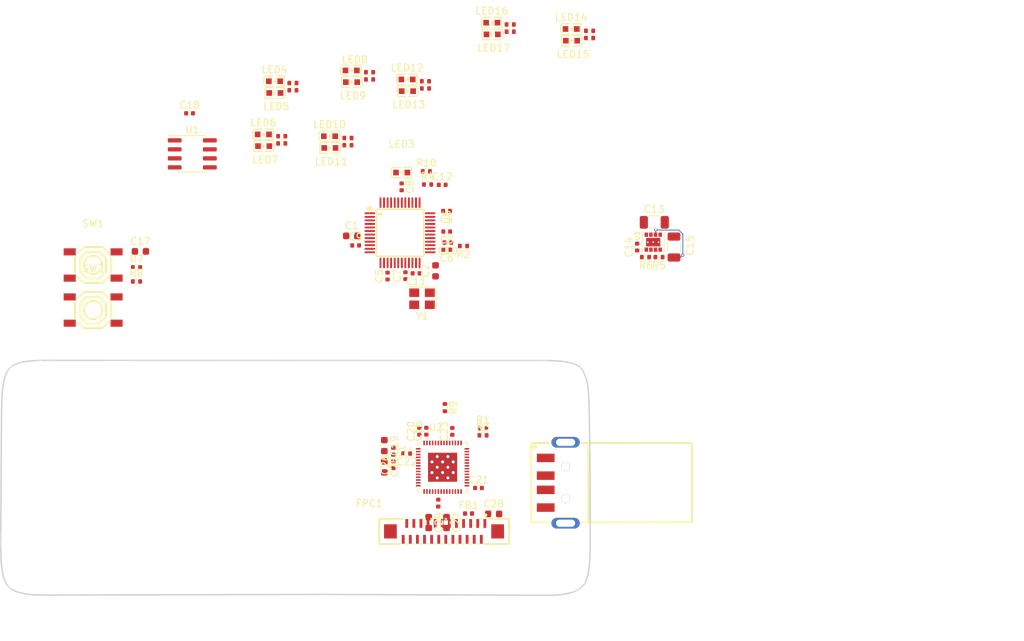
<source format=kicad_pcb>
(kicad_pcb (version 20221018) (generator pcbnew)
  (layers (0 "F.Cu" signal) (1 "In1.Cu" signal) (2 "In2.Cu" signal) (31 "B.Cu" signal) (34 "B.Paste" user) (35 "F.Paste" user) (36 "B.SilkS" user "B.Silkscreen") (37 "F.SilkS" user "F.Silkscreen") (38 "B.Mask" user) (39 "F.Mask" user) (44 "Edge.Cuts" user))
  (net 0 "")
  (net 1 "+5V")
  (net 2 "Net-(U6-DPU)")
  (net 3 "Net-(U6-DMU)")
  (net 4 "Net-(U6-REXT)")
  (net 5 "Net-(U6-VDD18_O)")
  (net 6 "Net-(U6-VD33_O)")
  (net 7 "+3V3")
  (net 9 "Net-(U2-VDD_SPI)")
  (net 10 "Net-(U3-SS)")
  (net 14 "Net-(C22-Pad1)")
  (net 31 "Net-(U2-U0TXD)")
  (net 37 "Net-(FPC1-AVDD)")
  (net 39 "/Config_LED1/DRV")
  (net 42 "Net-(U6-XRSTJ)")
  (net 57 "GNDA")
  (net 58 "VCC_2V8")
  (net 59 "GND")
  (net 62 "/ESP32_1/CAM_SCL")
  (net 63 "/ESP32_1/CAM_RESET")
  (net 64 "/ESP32_1/DVP_VSYNC")
  (net 65 "/ESP32_1/CAM_PWDN")
  (net 66 "/ESP32_1/DVP_HREF")
  (net 67 "/ESP32_1/DVP_Y9")
  (net 68 "/ESP32_1/XMCLK")
  (net 69 "/ESP32_1/DVP_Y8")
  (net 70 "/ESP32_1/DVP_Y7")
  (net 71 "/ESP32_1/DVP_PCLK")
  (net 72 "/ESP32_1/DVP_Y6")
  (net 73 "/ESP32_1/DVP_Y2")
  (net 74 "/ESP32_1/DVP_Y5")
  (net 75 "/ESP32_1/DVP_Y3")
  (net 76 "/ESP32_1/DVP_Y4")
  (net 77 "/ESP32_1/CAM_SDA")
  (net 78 "/ESP32_1/USB_DN")
  (net 79 "/ESP32_1/USB_DP")
  (net 80 "Net-(LED16-A)")
  (net 81 "/HUB_SCL")
  (net 82 "/ESP32_1/GPIO0")
  (net 83 "/ESP32_1/MTCK")
  (net 84 "/ESP32_1/MTDO")
  (net 85 "/ESP32_1/MTDI")
  (net 86 "/ESP32_1/MTMS")
  (net 87 "Net-(U3-FB)")
  (net 89 "/ESP32_1/CHIP_PU")
  (net 90 "VCC_1V2")
  (net 91 "Net-(U6-XIN)")
  (net 92 "Net-(U6-XOUT)")
  (net 93 "/Config_LED2/LED")
  (net 94 "/Config_LED3/LED")
  (net 95 "Net-(LED3-A)")
  (net 96 "Net-(LED4-A)")
  (net 97 "Net-(LED6-A)")
  (net 98 "Net-(LED8-A)")
  (net 99 "Net-(LED10-A)")
  (net 100 "Net-(LED12-A)")
  (net 101 "Net-(LED14-A)")
  (net 102 "/Config_LED4/LED")
  (net 103 "/Config_LED5/LED")
  (net 104 "/Config_LED6/LED")
  (net 105 "/Config_LED7/LED")
  (net 106 "/HUB_SDA")
  (footprint "Capacitor_SMD:C_0402_1005Metric" (layer "F.Cu") (at 201.7776 43.5356 90)
    (fp_text reference "C20")
    (fp_text value "100n")
  )
  (footprint "easyeda2kicad:LED0603-RD-YELLOW" (layer "F.Cu") (at 179.8058 1.7018)
    (fp_text reference "LED6")
    (fp_text value "YELLOW")
  )
  (footprint "Resistor_SMD:R_0402_1005Metric" (layer "F.Cu") (at 202.642 -4.7752)
    (fp_text reference "R21" hide)
    (fp_text value "1k")
  )
  (footprint "Resistor_SMD:R_0402_1005Metric" (layer "F.Cu") (at 183.973 -5.5372)
    (fp_text reference "R12" hide)
    (fp_text value "1k")
  )
  (footprint "Capacitor_SMD:C_0603_1608Metric" (layer "F.Cu") (at 162.495 18.1894)
    (fp_text reference "C17")
    (fp_text value "10u")
  )
  (footprint "easyeda2kicad:LED0603-RD" (layer "F.Cu") (at 212.04 -12.3952 180)
    (fp_text reference "LED17")
    (fp_text value "GREEN")
  )
  (footprint "Capacitor_SMD:C_0402_1005Metric" (layer "F.Cu") (at 199.2884 9.0932 -90)
    (fp_text reference "C8")
    (fp_text value "100n")
  )
  (footprint "Capacitor_SMD:C_0402_1005Metric" (layer "F.Cu") (at 169.418 -1.27)
    (fp_text reference "C18")
    (fp_text value "100n")
  )
  (footprint "Package_SO:SOIC-8_3.9x4.9mm_P1.27mm" (layer "F.Cu") (at 169.799 4.445)
    (fp_text reference "U1")
    (fp_text value "M24C02-WMN")
  )
  (footprint "easyeda2kicad:LED0603-RD" (layer "F.Cu") (at 192.228 -5.6642 180)
    (fp_text reference "LED9")
    (fp_text value "GREEN")
  )
  (footprint "Capacitor_SMD:C_0402_1005Metric" (layer "F.Cu") (at 205.7908 16.9418 180)
    (fp_text reference "C10")
    (fp_text value "100n")
  )
  (footprint "easyeda2kicad:LED0603-RD-YELLOW" (layer "F.Cu") (at 211.9884 -14.0462)
    (fp_text reference "LED16")
    (fp_text value "YELLOW")
  )
  (footprint "Capacitor_SMD:C_0402_1005Metric" (layer "F.Cu") (at 205.613 12.4968 180)
    (fp_text reference "C4")
    (fp_text value "100n")
  )
  (footprint "Capacitor_SMD:C_0402_1005Metric" (layer "F.Cu") (at 205.6384 15.3924 180)
    (fp_text reference "C3")
    (fp_text value "100n")
  )
  (footprint "easyeda2kicad:SW-SMD_4P-L5.1-W5.1-P3.70-LS6.5-TL-2" (layer "F.Cu") (at 155.84 26.4594)
    (fp_text reference "SW2")
    (fp_text value "TS-1187A-B-A-B")
  )
  (footprint "Resistor_SMD:R_0402_1005Metric" (layer "F.Cu") (at 194.768 -7.0612)
    (fp_text reference "R16" hide)
    (fp_text value "1k")
  )
  (footprint "Capacitor_SMD:C_1206_3216Metric" (layer "F.Cu") (at 237.6424 17.5768 90)
    (fp_text reference "C15")
    (fp_text value "22u")
  )
  (footprint "Resistor_SMD:R_0402_1005Metric" (layer "F.Cu") (at 182.3974 2.9718)
    (fp_text reference "R15" hide)
    (fp_text value "1k")
  )
  (footprint "Resistor_SMD:R_0402_1005Metric" (layer "F.Cu") (at 235.5342 18.9992 180)
    (fp_text reference "R5")
    (fp_text value "1M21")
  )
  (footprint "Capacitor_SMD:C_0603_1608Metric" (layer "F.Cu") (at 196.85 45.5676 -90)
    (fp_text reference "C19")
    (fp_text value "10u")
  )
  (footprint "easyeda2kicad:FPC-SMD_F0503-ZV-24-20T-R" (layer "F.Cu") (at 205.2586 57.6556 180)
    (fp_text reference "FPC1")
    (fp_text value "F0503-ZV-24-20T-R" hide)
  )
  (footprint "mylib:ESP32-S3FH4R2" (layer "F.Cu") (at 205.0542 48.6156)
    (fp_text reference "U2")
    (fp_text value "ESP32-S3FH4R2")
  )
  (footprint "Capacitor_SMD:C_0402_1005Metric" (layer "F.Cu") (at 232.4608 17.5768 90)
    (fp_text reference "C14")
    (fp_text value "3300p")
  )
  (footprint "Crystal:Crystal_SMD_3225-4Pin_3.2x2.5mm" (layer "F.Cu") (at 202.1586 24.8666 180)
    (fp_text reference "Y1")
    (fp_text value "Crystal_GND24_Small")
  )
  (footprint "Capacitor_SMD:C_0402_1005Metric" (layer "F.Cu") (at 199.8218 21.6154 90)
    (fp_text reference "C7")
    (fp_text value "100n")
  )
  (footprint "Resistor_SMD:R_0402_1005Metric" (layer "F.Cu") (at 183.973 -4.5212)
    (fp_text reference "R13" hide)
    (fp_text value "1k")
  )
  (footprint "Resistor_SMD:R_0402_1005Metric" (layer "F.Cu") (at 202.642 -5.7912)
    (fp_text reference "R20" hide)
    (fp_text value "1k")
  )
  (footprint "easyeda2kicad:LED0603-RD-YELLOW" (layer "F.Cu") (at 223.1644 -13.1572)
    (fp_text reference "LED14")
    (fp_text value "YELLOW")
  )
  (footprint "Resistor_SMD:R_0402_1005Metric" (layer "F.Cu") (at 225.756 -12.9032)
    (fp_text reference "R22" hide)
    (fp_text value "1k")
  )
  (footprint "easyeda2kicad:LED0603-RD" (layer "F.Cu") (at 179.8574 3.3528 180)
    (fp_text reference "LED7")
    (fp_text value "GREEN")
  )
  (footprint "Capacitor_SMD:C_0603_1608Metric" (layer "F.Cu") (at 192.2526 16.002)
    (fp_text reference "C1")
    (fp_text value "10u")
  )
  (footprint "Resistor_SMD:R_0402_1005Metric" (layer "F.Cu") (at 202.946 8.763)
    (fp_text reference "R4")
    (fp_text value "10k")
  )
  (footprint "Inductor_SMD:L_0402_1005Metric" (layer "F.Cu") (at 208.7118 55.1434)
    (fp_text reference "FB1")
    (fp_text value "100R-800mA")
  )
  (footprint "Resistor_SMD:R_0402_1005Metric" (layer "F.Cu") (at 182.3974 1.9558)
    (fp_text reference "R14" hide)
    (fp_text value "1k")
  )
  (footprint "easyeda2kicad:LED0603-RD-YELLOW" (layer "F.Cu") (at 181.3814 -5.7912)
    (fp_text reference "LED4")
    (fp_text value "YELLOW")
  )
  (footprint "Resistor_SMD:R_0402_1005Metric" (layer "F.Cu") (at 214.58 -13.7922)
    (fp_text reference "R24" hide)
    (fp_text value "1k")
  )
  (footprint "Capacitor_SMD:C_0402_1005Metric" (layer "F.Cu") (at 210.1088 51.5366)
    (fp_text reference "C21")
    (fp_text value "100n")
  )
  (footprint "Resistor_SMD:R_0402_1005Metric" (layer "F.Cu") (at 233.6292 18.9992 180)
    (fp_text reference "R6")
    (fp_text value "383k")
  )
  (footprint "easyeda2kicad:USB-A-SMD_U217-041N-4BV81" (layer "F.Cu") (at 220.98 50.8 90)
    (fp_text reference "USB1" hide)
    (fp_text value "U217-04XN-XXR84")
  )
  (footprint "easyeda2kicad:LED0603-RD-YELLOW" (layer "F.Cu") (at 192.1764 -7.3152)
    (fp_text reference "LED8")
    (fp_text value "YELLOW")
  )
  (footprint "Resistor_SMD:R_0402_1005Metric" (layer "F.Cu") (at 191.72 2.2098)
    (fp_text reference "R18" hide)
    (fp_text value "1k")
  )
  (footprint "easyeda2kicad:LQFP-48_L7.0-W7.0-P0.50-LS9.0-BL" (layer "F.Cu") (at 199.0598 15.5702 -90)
    (fp_text reference "U6")
    (fp_text value "FE2.1")
  )
  (footprint "Resistor_SMD:R_0402_1005Metric" (layer "F.Cu") (at 208.0006 17.4244 180)
    (fp_text reference "R2")
    (fp_text value "2k7")
  )
  (footprint "Capacitor_SMD:C_0402_1005Metric" (layer "F.Cu") (at 197.3072 21.6662 90)
    (fp_text reference "C5")
    (fp_text value "100n")
  )
  (footprint "Resistor_SMD:R_0402_1005Metric" (layer "F.Cu") (at 214.58 -12.7762)
    (fp_text reference "R25" hide)
    (fp_text value "1k")
  )
  (footprint "Capacitor_SMD:C_0402_1005Metric" (layer "F.Cu") (at 202.7682 43.5356 90)
    (fp_text reference "C16")
    (fp_text value "100n")
  )
  (footprint "Capacitor_SMD:C_0402_1005Metric" (layer "F.Cu") (at 205.0034 8.8138)
    (fp_text reference "C12")
    (fp_text value "100n")
  )
  (footprint "easyeda2kicad:LED0603-RD" (layer "F.Cu") (at 189.18 3.6068 180)
    (fp_text reference "LED11")
    (fp_text value "GREEN")
  )
  (footprint "Capacitor_SMD:C_1206_3216Metric" (layer "F.Cu") (at 234.8738 14.097)
    (fp_text reference "C13")
    (fp_text value "22u")
  )
  (footprint "Snapeda:CONV_TPS82140SILR" (layer "F.Cu") (at 234.7214 16.891 90)
    (fp_text reference "U3")
    (fp_text value "LMZ21701SILR")
  )
  (footprint "Capacitor_SMD:C_0402_1005Metric" (layer "F.Cu") (at 192.8114 17.3482)
    (fp_text reference "C9")
    (fp_text value "100n")
  )
  (footprint "Resistor_SMD:R_0402_1005Metric" (layer "F.Cu") (at 225.756 -11.8872)
    (fp_text reference "R23" hide)
    (fp_text value "1k")
  )
  (footprint "Capacitor_SMD:C_0603_1608Metric" (layer "F.Cu") (at 204.0636 20.9296 90)
    (fp_text reference "C2")
    (fp_text value "10u")
  )
  (footprint "easyeda2kicad:LED0603-RD" (layer "F.Cu") (at 181.433 -4.1402 180)
    (fp_text reference "LED5")
    (fp_text value "GREEN")
  )
  (footprint "Resistor_SMD:R_0402_1005Metric" (layer "F.Cu") (at 202.7682 6.9088)
    (fp_text reference "R10")
    (fp_text value "1k")
  )
  (footprint "easyeda2kicad:SW-SMD_4P-L5.1-W5.1-P3.70-LS6.5-TL-2" (layer "F.Cu") (at 155.84 20.1094)
    (fp_text reference "SW1")
    (fp_text value "TS-1187A-B-A-B")
  )
  (footprint "Capacitor_SMD:C_0603_1608Metric" (layer "F.Cu") (at 212.2424 55.1942)
    (fp_text reference "C28")
    (fp_text value "10u")
  )
  (footprint "Capacitor_SMD:C_0402_1005Metric" (layer "F.Cu") (at 201.3204 21.2852 180)
    (fp_text reference "C11")
    (fp_text value "100n")
  )
  (footprint "easyeda2kicad:LED0603-RD" (layer "F.Cu") (at 223.216 -11.5062 180)
    (fp_text reference "LED15")
    (fp_text value "GREEN")
  )
  (footprint "Resistor_SMD:R_0402_1005Metric" (layer "F.Cu") (at 210.7438 43.1038)
    (fp_text reference "R1")
    (fp_text value "4k7")
  )
  (footprint "easyeda2kicad:LED0603-RD" (layer "F.Cu") (at 199.292 7.079)
    (fp_text reference "LED3")
    (fp_text value "RED")
  )
  (footprint "Resistor_SMD:R_0402_1005Metric" (layer "F.Cu") (at 161.945 20.4394)
    (fp_text reference "R7")
    (fp_text value "10k")
  )
  (footprint "Resistor_SMD:R_0402_1005Metric" (layer "F.Cu") (at 205.3844 40.2082 -90)
    (fp_text reference "R9")
    (fp_text value "1k")
  )
  (footprint "Capacitor_SMD:C_0402_1005Metric" (layer "F.Cu") (at 199.9996 46.6852 180)
    (fp_text reference "C22")
    (fp_text value "100n")
  )
  (footprint "Capacitor_SMD:C_0603_1608Metric" (layer "F.Cu") (at 196.85 48.5648 -90)
    (fp_text reference "C25")
    (fp_text value "10u")
  )
  (footprint "easyeda2kicad:LED0603-RD" (layer "F.Cu") (at 200.102 -4.3942 180)
    (fp_text reference "LED13")
    (fp_text value "GREEN")
  )
  (footprint "Inductor_SMD:L_0402_1005Metric" (layer "F.Cu") (at 198.12 46.355 -90)
    (fp_text reference "L1")
    (fp_text value "3n9")
  )
  (footprint "Resistor_SMD:R_0402_1005Metric" (layer "F.Cu") (at 161.945 22.4294)
    (fp_text reference "R8")
    (fp_text value "10k")
  )
  (footprint "Capacitor_SMD:C_0603_1608Metric" (layer "F.Cu") (at 203.0984 56.4134 -90)
    (fp_text reference "C29")
    (fp_text value "10u")
  )
  (footprint "Capacitor_SMD:C_0603_1608Metric" (layer "F.Cu") (at 205.6084 56.4134 -90)
    (fp_text reference "C27")
    (fp_text value "10u")
  )
  (footprint "Resistor_SMD:R_0402_1005Metric" (layer "F.Cu") (at 191.72 3.2258)
    (fp_text reference "R19" hide)
    (fp_text value "1k")
  )
  (footprint "Capacitor_SMD:C_0402_1005Metric" (layer "F.Cu") (at 206.4258 43.561 90)
    (fp_text reference "C23")
    (fp_text value "100n")
  )
  (footprint "Resistor_SMD:R_0402_1005Metric" (layer "F.Cu") (at 210.7438 44.1198)
    (fp_text reference "R3")
    (fp_text value "4k7")
  )
  (footprint "Capacitor_SMD:C_0402_1005Metric" (layer "F.Cu") (at 205.6384 17.9578 180)
    (fp_text reference "C6")
    (fp_text value "100n")
  )
  (footprint "Capacitor_SMD:C_0402_1005Metric" (layer "F.Cu") (at 198.12 48.26 90)
    (fp_text reference "C26")
    (fp_text value "100n")
  )
  (footprint "Capacitor_SMD:C_0402_1005Metric" (layer "F.Cu") (at 204.4446 53.6702 -90)
    (fp_text reference "C24" hide)
    (fp_text value "100n")
  )
  (footprint "easyeda2kicad:LED0603-RD-YELLOW" (layer "F.Cu") (at 189.1284 1.9558)
    (fp_text reference "LED10")
    (fp_text value "YELLOW")
  )
  (footprint "easyeda2kicad:LED0603-RD-YELLOW" (layer "F.Cu") (at 200.0504 -6.0452)
    (fp_text reference "LED12")
    (fp_text value "YELLOW")
  )
  (footprint "Resistor_SMD:R_0402_1005Metric" (layer "F.Cu") (at 194.768 -6.0452)
    (fp_text reference "R17" hide)
    (fp_text value "1k")
  )
  (gr_line (start 218.363782 33.576363) (end 150.323788 33.549726) (stroke (width 0.2)) (layer "Edge.Cuts"))
  (gr_curve (pts (xy 142.820751 59.167512) (xy 142.827723 60.66956) (xy 142.84288 62.065239) (xy 143.034491 63.211944)) (stroke (width 0.2)) (layer "Edge.Cuts"))
  (gr_curve (pts (xy 221.722744 33.663203) (xy 221.327832 33.622252) (xy 220.959533 33.609798) (xy 220.50874 33.594383)) (stroke (width 0.2)) (layer "Edge.Cuts"))
  (gr_line (start 150.302431 66.634081) (end 150.978911 66.628397) (stroke (width 0.2)) (layer "Edge.Cuts"))
  (gr_curve (pts (xy 150.137816 33.548855) (xy 150.080334 33.54862) (xy 150.050624 33.548036) (xy 149.947154 33.547482)) (stroke (width 0.2)) (layer "Edge.Cuts"))
  (gr_curve (pts (xy 221.969684 66.532592) (xy 222.697282 66.437637) (xy 223.451923 66.254694) (xy 223.989522 65.968593)) (stroke (width 0.2)) (layer "Edge.Cuts"))
  (gr_curve (pts (xy 224.738855 34.914689) (xy 224.529722 34.599742) (xy 224.3464 34.445462) (xy 224.204414 34.359676)) (stroke (width 0.2)) (layer "Edge.Cuts"))
  (gr_curve (pts (xy 224.204414 34.359676) (xy 224.07111 34.279135) (xy 223.905542 34.21719) (xy 223.751102 34.143554)) (stroke (width 0.2)) (layer "Edge.Cuts"))
  (gr_curve (pts (xy 143.195962 36.840215) (xy 142.999629 37.960202) (xy 142.967262 39.314134) (xy 142.940492 40.788843)) (stroke (width 0.2)) (layer "Edge.Cuts"))
  (gr_curve (pts (xy 225.674327 39.766766) (xy 225.646679 39.076348) (xy 225.651254 38.137513) (xy 225.511436 37.176131)) (stroke (width 0.2)) (layer "Edge.Cuts"))
  (gr_curve (pts (xy 225.832865 59.200427) (xy 225.832846 59.198206) (xy 225.832827 59.195985) (xy 225.832809 59.193763)) (stroke (width 0.2)) (layer "Edge.Cuts"))
  (gr_curve (pts (xy 144.156673 34.576815) (xy 143.978507 34.746693) (xy 143.816235 34.955842) (xy 143.654183 35.290994)) (stroke (width 0.2)) (layer "Edge.Cuts"))
  (gr_curve (pts (xy 149.326802 33.546052) (xy 149.024632 33.546511) (xy 148.715102 33.549216) (xy 148.413339 33.55652)) (stroke (width 0.2)) (layer "Edge.Cuts"))
  (gr_curve (pts (xy 218.377724 33.575974) (xy 218.373077 33.576104) (xy 218.368429 33.576233) (xy 218.363782 33.576363)) (stroke (width 0.2)) (layer "Edge.Cuts"))
  (gr_curve (pts (xy 220.632758 66.648268) (xy 220.913026 66.635718) (xy 221.405999 66.606155) (xy 221.969684 66.532592)) (stroke (width 0.2)) (layer "Edge.Cuts"))
  (gr_curve (pts (xy 150.238445 33.549847) (xy 150.223416 33.54944) (xy 150.214444 33.549049) (xy 150.211303 33.548936)) (stroke (width 0.2)) (layer "Edge.Cuts"))
  (gr_curve (pts (xy 149.788074 33.546834) (xy 149.779474 33.546804) (xy 149.770879 33.546773) (xy 149.762304 33.546743)) (stroke (width 0.2)) (layer "Edge.Cuts"))
  (gr_curve (pts (xy 143.034491 63.211944) (xy 143.135502 63.816445) (xy 143.283966 64.343387) (xy 143.477764 64.756339)) (stroke (width 0.2)) (layer "Edge.Cuts"))
  (gr_curve (pts (xy 149.762304 33.546743) (xy 149.737353 33.546655) (xy 149.712122 33.546566) (xy 149.687139 33.546483)) (stroke (width 0.2)) (layer "Edge.Cuts"))
  (gr_curve (pts (xy 149.687139 33.546483) (xy 149.645639 33.546346) (xy 149.604237 33.546222) (xy 149.563054 33.546133)) (stroke (width 0.2)) (layer "Edge.Cuts"))
  (gr_curve (pts (xy 150.28549 33.550406) (xy 150.26761 33.55048) (xy 150.251379 33.550196) (xy 150.238445 33.549847)) (stroke (width 0.2)) (layer "Edge.Cuts"))
  (gr_curve (pts (xy 145.610595 33.864606) (xy 145.357536 33.928734) (xy 145.112993 34.008049) (xy 144.895811 34.102753)) (stroke (width 0.2)) (layer "Edge.Cuts"))
  (gr_curve (pts (xy 149.563054 33.546133) (xy 149.480319 33.545955) (xy 149.405141 33.545933) (xy 149.326802 33.546052)) (stroke (width 0.2)) (layer "Edge.Cuts"))
  (gr_curve (pts (xy 149.947154 33.547482) (xy 149.894633 33.547201) (xy 149.852616 33.547061) (xy 149.788074 33.546834)) (stroke (width 0.2)) (layer "Edge.Cuts"))
  (gr_curve (pts (xy 143.997966 65.517598) (xy 144.214109 65.73262) (xy 144.465436 65.89813) (xy 144.78 66.04)) (stroke (width 0.2)) (layer "Edge.Cuts"))
  (gr_curve (pts (xy 225.747211 62.155168) (xy 225.810368 61.445314) (xy 225.843846 60.498732) (xy 225.832865 59.200427)) (stroke (width 0.2)) (layer "Edge.Cuts"))
  (gr_curve (pts (xy 150.323788 33.549726) (xy 150.310737 33.550137) (xy 150.297836 33.550355) (xy 150.28549 33.550406)) (stroke (width 0.2)) (layer "Edge.Cuts"))
  (gr_line (start 188.109478 66.53993) (end 218.344875 66.658306) (stroke (width 0.2)) (layer "Edge.Cuts"))
  (gr_curve (pts (xy 144.895811 34.102753) (xy 144.557532 34.250261) (xy 144.33502 34.406765) (xy 144.156673 34.576815)) (stroke (width 0.2)) (layer "Edge.Cuts"))
  (gr_curve (pts (xy 225.511436 37.176131) (xy 225.386628 36.317968) (xy 225.078268 35.425832) (xy 224.738855 34.914689)) (stroke (width 0.2)) (layer "Edge.Cuts"))
  (gr_curve (pts (xy 218.344875 66.658306) (xy 218.754428 66.658419) (xy 219.460737 66.658535) (xy 219.860253 66.658651)) (stroke (width 0.2)) (layer "Edge.Cuts"))
  (gr_curve (pts (xy 223.989522 65.968593) (xy 224.487052 65.703816) (xy 224.838153 65.33298) (xy 225.030428 65.058045)) (stroke (width 0.2)) (layer "Edge.Cuts"))
  (gr_curve (pts (xy 222.837596 33.843004) (xy 222.449119 33.759546) (xy 222.042088 33.696319) (xy 221.722744 33.663203)) (stroke (width 0.2)) (layer "Edge.Cuts"))
  (gr_curve (pts (xy 148.413339 33.55652) (xy 147.4624 33.579536) (xy 146.429139 33.65718) (xy 145.610595 33.864606)) (stroke (width 0.2)) (layer "Edge.Cuts"))
  (gr_curve (pts (xy 143.654183 35.290994) (xy 143.49515 35.619901) (xy 143.325844 36.099296) (xy 143.195962 36.840215)) (stroke (width 0.2)) (layer "Edge.Cuts"))
  (gr_curve (pts (xy 225.832809 59.193763) (xy 225.862658 53.068986) (xy 225.822847 46.943876) (xy 225.713385 40.820005)) (stroke (width 0.2)) (layer "Edge.Cuts"))
  (gr_curve (pts (xy 150.211303 33.548936) (xy 150.205945 33.548893) (xy 150.180828 33.549031) (xy 150.137816 33.548855)) (stroke (width 0.2)) (layer "Edge.Cuts"))
  (gr_line (start 150.978911 66.628397) (end 188.109478 66.53993) (stroke (width 0.2)) (layer "Edge.Cuts"))
  (gr_curve (pts (xy 223.751102 34.143554) (xy 223.607822 34.075239) (xy 223.567588 34.049899) (xy 223.483261 34.01757)) (stroke (width 0.2)) (layer "Edge.Cuts"))
  (gr_line (start 142.940492 40.788843) (end 142.820751 59.167512) (stroke (width 0.2)) (layer "Edge.Cuts"))
  (gr_curve (pts (xy 225.237585 64.651852) (xy 225.316359 64.439348) (xy 225.423513 64.142358) (xy 225.491881 63.875225)) (stroke (width 0.2)) (layer "Edge.Cuts"))
  (gr_curve (pts (xy 225.491881 63.875225) (xy 225.634191 63.319184) (xy 225.689601 62.802667) (xy 225.747211 62.155168)) (stroke (width 0.2)) (layer "Edge.Cuts"))
  (gr_curve (pts (xy 220.50874 33.594383) (xy 219.806017 33.570354) (xy 219.042686 33.55743) (xy 218.377724 33.575974)) (stroke (width 0.2)) (layer "Edge.Cuts"))
  (gr_curve (pts (xy 225.170948 64.831669) (xy 225.173326 64.826352) (xy 225.194825 64.767204) (xy 225.237585 64.651852)) (stroke (width 0.2)) (layer "Edge.Cuts"))
  (gr_curve (pts (xy 223.483261 34.01757) (xy 223.374985 33.976061) (xy 223.13176 33.906199) (xy 222.837596 33.843004)) (stroke (width 0.2)) (layer "Edge.Cuts"))
  (gr_curve (pts (xy 219.860253 66.658651) (xy 220.172801 66.658742) (xy 220.283526 66.663905) (xy 220.632758 66.648268)) (stroke (width 0.2)) (layer "Edge.Cuts"))
  (gr_curve (pts (xy 225.713385 40.820005) (xy 225.708833 40.565316) (xy 225.692267 40.214779) (xy 225.674327 39.766766)) (stroke (width 0.2)) (layer "Edge.Cuts"))
  (gr_curve (pts (xy 143.477764 64.756339) (xy 143.621219 65.062018) (xy 143.786752 65.30748) (xy 143.997966 65.517598)) (stroke (width 0.2)) (layer "Edge.Cuts"))
  (gr_curve (pts (xy 146.349109 66.465429) (xy 147.515622 66.645818) (xy 148.880582 66.643132) (xy 150.302431 66.634081)) (stroke (width 0.2)) (layer "Edge.Cuts"))
  (gr_curve (pts (xy 144.78 66.04) (xy 145.09098 66.180255) (xy 145.564849 66.344152) (xy 146.349109 66.465429)) (stroke (width 0.2)) (layer "Edge.Cuts"))
  (gr_curve (pts (xy 225.030428 65.058045) (xy 225.132635 64.911897) (xy 225.168362 64.837451) (xy 225.170948 64.831669)) (stroke (width 0.2)) (layer "Edge.Cuts"))
  (segment (start 235.077 15.1384) (end 235.077 15.8104) (width 0.127) (layer "F.Cu") (net 7))
  (segment (start 237.6678 19.0518) (end 238.5296 19.0518) (width 0.127) (layer "F.Cu") (net 7))
  (segment (start 235.077 15.8104) (end 235.0464 15.841) (width 0.127) (layer "F.Cu") (net 7))
  (segment (start 238.5296 19.0518) (end 238.887 18.6944) (width 0.127) (layer "F.Cu") (net 7))
  (via (at 238.887 18.6944) (size 0.4532) (drill 0.25) (layers "F.Cu" "B.Cu") (net 7))
  (via (at 235.077 15.1384) (size 0.4532) (drill 0.25) (layers "F.Cu" "B.Cu") (net 7))
  (segment (start 238.3282 15.1892) (end 235.1278 15.1892) (width 0.127) (layer "B.Cu") (net 7))
  (segment (start 238.887 15.748) (end 238.3282 15.1892) (width 0.127) (layer "B.Cu") (net 7))
  (segment (start 238.887 18.6944) (end 238.887 15.748) (width 0.127) (layer "B.Cu") (net 7))
  (segment (start 235.1278 15.1892) (end 235.077 15.1384) (width 0.127) (layer "B.Cu") (net 7))
)
</source>
